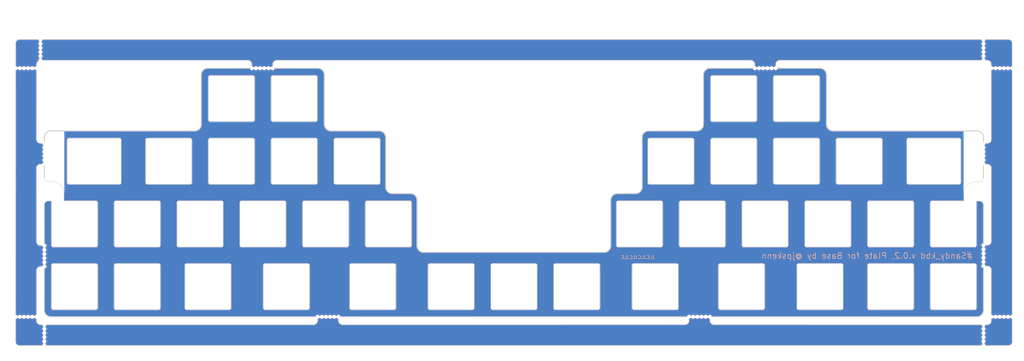
<source format=kicad_pcb>
(kicad_pcb (version 20221018) (generator pcbnew)
  (title_block (title "Sandy") (date "2023-01-06") (rev "v.0") (company "@jpskenn"))
  (layers (0 "F.Cu" signal) (31 "B.Cu" signal) (34 "B.Paste" user) (35 "F.Paste" user) (36 "B.SilkS" user "B.Silkscreen") (37 "F.SilkS" user "F.Silkscreen") (38 "B.Mask" user) (39 "F.Mask" user) (44 "Edge.Cuts" user))
  (net 0 "")
  (footprint "locallib:60_Outline-Sandy-Plate-Base3" (layer "F.Cu") (at 159.997345 84.25032)
    (fp_text reference "REF**" hide)
    (fp_text value "60_Outline" hide)
    (fp_line (start -151.242036 29.415585) (end -151.240625 35.765585) (stroke (width 0.12)) (layer "Edge.Cuts"))
    (fp_line (start -151.242036 29.415585) (end -151.228125 -54.865665) (stroke (width 0.1)) (layer "Edge.Cuts"))
    (fp_line (start -144.90625 -25.687665) (end -144.892036 -47.32504) (stroke (width 0.1)) (layer "Edge.Cuts"))
    (fp_line (start -144.892036 -48.515665) (end -144.892036 -47.32504) (stroke (width 0.12)) (layer "Edge.Cuts"))
    (fp_line (start -144.892036 5.393645) (end -144.90625 -16.956415) (stroke (width 0.1)) (layer "Edge.Cuts"))
    (fp_line (start -144.892036 28.22496) (end -144.892036 14.124895) (stroke (width 0.1)) (layer "Edge.Cuts"))
    (fp_line (start -144.890625 29.415585) (end -144.890625 28.22496) (stroke (width 0.12)) (layer "Edge.Cuts"))
    (fp_line (start -143.715625 -24.49704) (end -142.525 -24.49704) (stroke (width 0.12)) (layer "Edge.Cuts"))
    (fp_line (start -143.715625 -18.14704) (end -142.525 -18.14704) (stroke (width 0.12)) (layer "Edge.Cuts"))
    (fp_line (start -143.701411 -49.70629) (end -80.753122 -49.706293) (stroke (width 0.12)) (layer "Edge.Cuts"))
    (fp_line (start -143.701411 6.58427) (end -142.510786 6.58427) (stroke (width 0.12)) (layer "Edge.Cuts"))
    (fp_line (start -143.701411 12.93427) (end -142.510786 12.93427) (stroke (width 0.12)) (layer "Edge.Cuts"))
    (fp_line (start -143.7 30.60621) (end -60.79125 30.60621) (stroke (width 0.12)) (layer "Edge.Cuts"))
    (fp_line (start -142.525 -24.49704) (end -142.525 -26.27504) (stroke (width 0.3)) (layer "Edge.Cuts"))
    (fp_line (start -142.525 -14.05629) (end -142.525 -18.14704) (stroke (width 0.3)) (layer "Edge.Cuts"))
    (fp_line (start -142.525 26.22496) (end -142.510786 12.93427) (stroke (width 0.3)) (layer "Edge.Cuts"))
    (fp_line (start -142.510786 6.58427) (end -142.525 -5.807453) (stroke (width 0.3)) (layer "Edge.Cuts"))
    (fp_line (start -141.334375 -12.865665) (end -140.14375 -12.865665) (stroke (width 0.12)) (layer "Edge.Cuts"))
    (fp_line (start -141.334375 -6.998078) (end -140.349881 -6.998078) (stroke (width 0.12)) (layer "Edge.Cuts"))
    (fp_line (start -140.525 -28.27504) (end -96.8875 -28.27504) (stroke (width 0.3)) (layer "Edge.Cuts"))
    (fp_line (start -140.349952 12.550086) (end -140.349952 25.549914) (stroke (width 0.2)) (layer "Edge.Cuts"))
    (fp_line (start -140.349881 -6.998078) (end -140.349952 6.499914) (stroke (width 0.2)) (layer "Edge.Cuts"))
    (fp_line (start -139.850067 7.000153) (end -126.849885 7.000153) (stroke (width 0.2)) (layer "Edge.Cuts"))
    (fp_line (start -139.850067 26.050153) (end -126.849885 26.050153) (stroke (width 0.2)) (layer "Edge.Cuts"))
    (fp_line (start -136.571875 -9.29379) (end -136.571875 -7.000151) (stroke (width 0.12)) (layer "Edge.Cuts"))
    (fp_line (start -135.5875 -25.549914) (end -135.5875 -12.550086) (stroke (width 0.2)) (layer "Edge.Cuts"))
    (fp_line (start -135.087615 -12.049849) (end -119.706135 -12.049847) (stroke (width 0.2)) (layer "Edge.Cuts"))
    (fp_line (start -126.849885 -7.000151) (end -136.571875 -7.000151) (stroke (width 0.2)) (layer "Edge.Cuts"))
    (fp_line (start -126.849885 12.049849) (end -139.850067 12.049849) (stroke (width 0.2)) (layer "Edge.Cuts"))
    (fp_line (start -126.35 6.499914) (end -126.35 -6.499914) (stroke (width 0.2)) (layer "Edge.Cuts"))
    (fp_line (start -126.35 25.549914) (end -126.35 12.550086) (stroke (width 0.2)) (layer "Edge.Cuts"))
    (fp_line (start -121.299952 -6.499914) (end -121.299952 6.499914) (stroke (width 0.2)) (layer "Edge.Cuts"))
    (fp_line (start -121.299952 12.550086) (end -121.299952 25.549914) (stroke (width 0.2)) (layer "Edge.Cuts"))
    (fp_line (start -120.800067 7.000153) (end -107.799885 7.000153) (stroke (width 0.2)) (layer "Edge.Cuts"))
    (fp_line (start -120.800067 26.050153) (end -107.799885 26.050153) (stroke (width 0.2)) (layer "Edge.Cuts"))
    (fp_line (start -119.706135 -26.050151) (end -135.087615 -26.050153) (stroke (width 0.2)) (layer "Edge.Cuts"))
    (fp_line (start -119.20625 -12.550086) (end -119.20625 -25.549914) (stroke (width 0.2)) (layer "Edge.Cuts"))
    (fp_line (start -111.774952 -25.549914) (end -111.774952 -12.550086) (stroke (width 0.2)) (layer "Edge.Cuts"))
    (fp_line (start -111.275067 -12.049847) (end -98.274885 -12.049847) (stroke (width 0.2)) (layer "Edge.Cuts"))
    (fp_line (start -107.799885 -7.000151) (end -120.800067 -7.000151) (stroke (width 0.2)) (layer "Edge.Cuts"))
    (fp_line (start -107.799885 12.049849) (end -120.800067 12.049849) (stroke (width 0.2)) (layer "Edge.Cuts"))
    (fp_line (start -107.3 6.499914) (end -107.3 -6.499914) (stroke (width 0.2)) (layer "Edge.Cuts"))
    (fp_line (start -107.3 25.549914) (end -107.3 12.550086) (stroke (width 0.2)) (layer "Edge.Cuts"))
    (fp_line (start -102.249952 -6.499914) (end -102.249952 6.499914) (stroke (width 0.2)) (layer "Edge.Cuts"))
    (fp_line (start -101.750067 7.000153) (end -88.749885 7.000153) (stroke (width 0.2)) (layer "Edge.Cuts"))
    (fp_line (start -99.868702 12.550086) (end -99.868702 25.549914) (stroke (width 0.2)) (layer "Edge.Cuts"))
    (fp_line (start -99.368817 26.050153) (end -86.368635 26.050153) (stroke (width 0.2)) (layer "Edge.Cuts"))
    (fp_line (start -98.274885 -26.050151) (end -111.275067 -26.050151) (stroke (width 0.2)) (layer "Edge.Cuts"))
    (fp_line (start -97.775 -12.550086) (end -97.775 -25.549914) (stroke (width 0.2)) (layer "Edge.Cuts"))
    (fp_line (start -94.8875 -45.32504) (end -94.8875 -30.27504) (stroke (width 0.3)) (layer "Edge.Cuts"))
    (fp_line (start -92.8875 -47.32504) (end -79.562497 -47.325043) (stroke (width 0.3)) (layer "Edge.Cuts"))
    (fp_line (start -92.724952 -44.599914) (end -92.724952 -31.600086) (stroke (width 0.2)) (layer "Edge.Cuts"))
    (fp_line (start -92.724952 -25.549914) (end -92.724952 -12.550086) (stroke (width 0.2)) (layer "Edge.Cuts"))
    (fp_line (start -92.225067 -31.099847) (end -79.224885 -31.099847) (stroke (width 0.2)) (layer "Edge.Cuts"))
    (fp_line (start -92.225067 -12.049847) (end -79.224885 -12.049847) (stroke (width 0.2)) (layer "Edge.Cuts"))
    (fp_line (start -88.749885 -7.000151) (end -101.750067 -7.000151) (stroke (width 0.2)) (layer "Edge.Cuts"))
    (fp_line (start -88.25 6.499914) (end -88.25 -6.499914) (stroke (width 0.2)) (layer "Edge.Cuts"))
    (fp_line (start -86.368635 12.049849) (end -99.368817 12.049849) (stroke (width 0.2)) (layer "Edge.Cuts"))
    (fp_line (start -85.86875 25.549914) (end -85.86875 12.550086) (stroke (width 0.2)) (layer "Edge.Cuts"))
    (fp_line (start -83.199952 -6.499914) (end -83.199952 6.499914) (stroke (width 0.2)) (layer "Edge.Cuts"))
    (fp_line (start -82.700067 7.000153) (end -69.699885 7.000153) (stroke (width 0.2)) (layer "Edge.Cuts"))
    (fp_line (start -79.562497 -48.515668) (end -79.562497 -47.325043) (stroke (width 0.12)) (layer "Edge.Cuts"))
    (fp_line (start -79.224885 -45.100151) (end -92.225067 -45.100151) (stroke (width 0.2)) (layer "Edge.Cuts"))
    (fp_line (start -79.224885 -26.050151) (end -92.225067 -26.050151) (stroke (width 0.2)) (layer "Edge.Cuts"))
    (fp_line (start -78.725 -31.600086) (end -78.725 -44.599914) (stroke (width 0.2)) (layer "Edge.Cuts"))
    (fp_line (start -78.725 -12.550086) (end -78.725 -25.549914) (stroke (width 0.2)) (layer "Edge.Cuts"))
    (fp_line (start -76.056202 12.550086) (end -76.056202 25.549914) (stroke (width 0.2)) (layer "Edge.Cuts"))
    (fp_line (start -75.556317 26.050153) (end -62.556135 26.050153) (stroke (width 0.2)) (layer "Edge.Cuts"))
    (fp_line (start -73.674952 -44.599914) (end -73.674952 -31.600086) (stroke (width 0.2)) (layer "Edge.Cuts"))
    (fp_line (start -73.674952 -25.549914) (end -73.674952 -12.550086) (stroke (width 0.2)) (layer "Edge.Cuts"))
    (fp_line (start -73.212497 -48.515668) (end -73.212497 -47.325043) (stroke (width 0.12)) (layer "Edge.Cuts"))
    (fp_line (start -73.212497 -47.325043) (end -59.55 -47.32504) (stroke (width 0.3)) (layer "Edge.Cuts"))
    (fp_line (start -73.175067 -31.099847) (end -60.174885 -31.099847) (stroke (width 0.2)) (layer "Edge.Cuts"))
    (fp_line (start -73.175067 -12.049847) (end -60.174885 -12.049847) (stroke (width 0.2)) (layer "Edge.Cuts"))
    (fp_line (start -72.021872 -49.706293) (end 71.884525 -49.70629) (stroke (width 0.12)) (layer "Edge.Cuts"))
    (fp_line (start -69.699885 -7.000151) (end -82.700067 -7.000151) (stroke (width 0.2)) (layer "Edge.Cuts"))
    (fp_line (start -69.2 6.499914) (end -69.2 -6.499914) (stroke (width 0.2)) (layer "Edge.Cuts"))
    (fp_line (start -64.149952 -6.499914) (end -64.149952 6.499914) (stroke (width 0.2)) (layer "Edge.Cuts"))
    (fp_line (start -63.650067 7.000153) (end -50.649885 7.000153) (stroke (width 0.2)) (layer "Edge.Cuts"))
    (fp_line (start -62.556135 12.049849) (end -75.556317 12.049849) (stroke (width 0.2)) (layer "Edge.Cuts"))
    (fp_line (start -62.05625 25.549914) (end -62.05625 12.550086) (stroke (width 0.2)) (layer "Edge.Cuts"))
    (fp_line (start -60.174885 -45.100151) (end -73.175067 -45.100151) (stroke (width 0.2)) (layer "Edge.Cuts"))
    (fp_line (start -60.174885 -26.050151) (end -73.175067 -26.050151) (stroke (width 0.2)) (layer "Edge.Cuts"))
    (fp_line (start -59.675 -31.600086) (end -59.675 -44.599914) (stroke (width 0.2)) (layer "Edge.Cuts"))
    (fp_line (start -59.675 -12.550086) (end -59.675 -25.549914) (stroke (width 0.2)) (layer "Edge.Cuts"))
    (fp_line (start -59.600625 28.22496) (end -140.525 28.22496) (stroke (width 0.3)) (layer "Edge.Cuts"))
    (fp_line (start -59.600625 29.415585) (end -59.600625 28.22496) (stroke (width 0.12)) (layer "Edge.Cuts"))
    (fp_line (start -57.55 -45.32504) (end -57.55 -30.27504) (stroke (width 0.3)) (layer "Edge.Cuts"))
    (fp_line (start -55.55 -28.27504) (end -40.928125 -28.27504) (stroke (width 0.3)) (layer "Edge.Cuts"))
    (fp_line (start -54.624952 -25.549914) (end -54.624952 -12.550086) (stroke (width 0.2)) (layer "Edge.Cuts"))
    (fp_line (start -54.125067 -12.049847) (end -41.124885 -12.049847) (stroke (width 0.2)) (layer "Edge.Cuts"))
    (fp_line (start -53.250625 29.415585) (end -53.250625 28.22496) (stroke (width 0.12)) (layer "Edge.Cuts"))
    (fp_line (start -52.06 30.60621) (end 51.92125 30.595696) (stroke (width 0.12)) (layer "Edge.Cuts"))
    (fp_line (start -50.649885 -7.000151) (end -63.650067 -7.000151) (stroke (width 0.2)) (layer "Edge.Cuts"))
    (fp_line (start -50.15 6.499914) (end -50.15 -6.499914) (stroke (width 0.2)) (layer "Edge.Cuts"))
    (fp_line (start -49.8625 12.549933) (end -49.8625 25.549761) (stroke (width 0.2)) (layer "Edge.Cuts"))
    (fp_line (start -49.362615 26.05) (end -36.362433 26.05) (stroke (width 0.2)) (layer "Edge.Cuts"))
    (fp_line (start -45.099952 -6.499914) (end -45.099952 6.499914) (stroke (width 0.2)) (layer "Edge.Cuts"))
    (fp_line (start -44.600067 7.000153) (end -31.599885 7.000153) (stroke (width 0.2)) (layer "Edge.Cuts"))
    (fp_line (start -41.124885 -26.050151) (end -54.125067 -26.050151) (stroke (width 0.2)) (layer "Edge.Cuts"))
    (fp_line (start -40.625 -12.550086) (end -40.625 -25.549914) (stroke (width 0.2)) (layer "Edge.Cuts"))
    (fp_line (start -38.928125 -26.27504) (end -38.928125 -11.22504) (stroke (width 0.3)) (layer "Edge.Cuts"))
    (fp_line (start -36.928125 -9.22504) (end -31.403125 -9.22504) (stroke (width 0.3)) (layer "Edge.Cuts"))
    (fp_line (start -36.362433 12.049696) (end -49.362615 12.049696) (stroke (width 0.2)) (layer "Edge.Cuts"))
    (fp_line (start -35.862548 25.549761) (end -35.862548 12.549933) (stroke (width 0.2)) (layer "Edge.Cuts"))
    (fp_line (start -31.599885 -7.000151) (end -44.600067 -7.000151) (stroke (width 0.2)) (layer "Edge.Cuts"))
    (fp_line (start -31.1 6.499914) (end -31.1 -6.499914) (stroke (width 0.2)) (layer "Edge.Cuts"))
    (fp_line (start -29.403125 -7.22504) (end -29.403125 6.634335) (stroke (width 0.3)) (layer "Edge.Cuts"))
    (fp_line (start -26.049952 12.550086) (end -26.049952 25.549914) (stroke (width 0.2)) (layer "Edge.Cuts"))
    (fp_line (start -25.550067 26.050153) (end -12.549885 26.050153) (stroke (width 0.2)) (layer "Edge.Cuts"))
    (fp_line (start -12.549885 12.049849) (end -25.550067 12.049849) (stroke (width 0.2)) (layer "Edge.Cuts"))
    (fp_line (start -12.05 25.549914) (end -12.05 12.550086) (stroke (width 0.2)) (layer "Edge.Cuts"))
    (fp_line (start -6.999952 12.550086) (end -6.999952 25.549914) (stroke (width 0.2)) (layer "Edge.Cuts"))
    (fp_line (start -6.500067 26.050153) (end 6.500115 26.050153) (stroke (width 0.2)) (layer "Edge.Cuts"))
    (fp_line (start 6.500115 12.049849) (end -6.500067 12.049849) (stroke (width 0.2)) (layer "Edge.Cuts"))
    (fp_line (start 7 25.549914) (end 7 12.550086) (stroke (width 0.2)) (layer "Edge.Cuts"))
    (fp_line (start 12.050048 12.550086) (end 12.050048 25.549914) (stroke (width 0.2)) (layer "Edge.Cuts"))
    (fp_line (start 12.549933 26.050153) (end 25.550115 26.050153) (stroke (width 0.2)) (layer "Edge.Cuts"))
    (fp_line (start 25.550115 12.049849) (end 12.549933 12.049849) (stroke (width 0.2)) (layer "Edge.Cuts"))
    (fp_line (start 26.05 25.549914) (end 26.05 12.550086) (stroke (width 0.2)) (layer "Edge.Cuts"))
    (fp_line (start 27.353125 8.634335) (end -27.403125 8.634335) (stroke (width 0.3)) (layer "Edge.Cuts"))
    (fp_line (start 29.353125 -7.22504) (end 29.353125 6.634335) (stroke (width 0.3)) (layer "Edge.Cuts"))
    (fp_line (start 31.100048 -6.499914) (end 31.100048 6.499914) (stroke (width 0.2)) (layer "Edge.Cuts"))
    (fp_line (start 31.599933 7.000153) (end 44.600115 7.000153) (stroke (width 0.2)) (layer "Edge.Cuts"))
    (fp_line (start 35.8625 12.549933) (end 35.8625 25.549761) (stroke (width 0.2)) (layer "Edge.Cuts"))
    (fp_line (start 36.362385 26.05) (end 49.362567 26.05) (stroke (width 0.2)) (layer "Edge.Cuts"))
    (fp_line (start 36.878125 -9.22504) (end 31.353125 -9.22504) (stroke (width 0.3)) (layer "Edge.Cuts"))
    (fp_line (start 38.878125 -26.27504) (end 38.878125 -11.22504) (stroke (width 0.3)) (layer "Edge.Cuts"))
    (fp_line (start 40.625048 -25.549914) (end 40.625048 -12.550086) (stroke (width 0.2)) (layer "Edge.Cuts"))
    (fp_line (start 41.124933 -12.049847) (end 54.125115 -12.049847) (stroke (width 0.2)) (layer "Edge.Cuts"))
    (fp_line (start 44.600115 -7.000151) (end 31.599933 -7.000151) (stroke (width 0.2)) (layer "Edge.Cuts"))
    (fp_line (start 45.1 6.499914) (end 45.1 -6.499914) (stroke (width 0.2)) (layer "Edge.Cuts"))
    (fp_line (start 49.362567 12.049696) (end 36.362385 12.049696) (stroke (width 0.2)) (layer "Edge.Cuts"))
    (fp_line (start 49.862452 25.549761) (end 49.862452 12.549933) (stroke (width 0.2)) (layer "Edge.Cuts"))
    (fp_line (start 50.150048 -6.499914) (end 50.150048 6.499914) (stroke (width 0.2)) (layer "Edge.Cuts"))
    (fp_line (start 50.649933 7.000153) (end 63.650115 7.000153) (stroke (width 0.2)) (layer "Edge.Cuts"))
    (fp_line (start 53.111875 28.214446) (end -53.250625 28.22496) (stroke (width 0.3)) (layer "Edge.Cuts"))
    (fp_line (start 53.111875 29.405071) (end 53.111875 28.214446) (stroke (width 0.12)) (layer "Edge.Cuts"))
    (fp_line (start 54.125115 -26.050151) (end 41.124933 -26.050151) (stroke (width 0.2)) (layer "Edge.Cuts"))
    (fp_line (start 54.625 -12.550086) (end 54.625 -25.549914) (stroke (width 0.2)) (layer "Edge.Cuts"))
    (fp_line (start 55.5 -28.27504) (end 40.878125 -28.27504) (stroke (width 0.3)) (layer "Edge.Cuts"))
    (fp_line (start 57.5 -45.32504) (end 57.5 -30.27504) (stroke (width 0.3)) (layer "Edge.Cuts"))
    (fp_line (start 59.461875 29.405071) (end 59.461875 28.214446) (stroke (width 0.12)) (layer "Edge.Cuts"))
    (fp_line (start 59.675048 -44.599914) (end 59.675048 -31.600086) (stroke (width 0.2)) (layer "Edge.Cuts"))
    (fp_line (start 59.675048 -25.549914) (end 59.675048 -12.550086) (stroke (width 0.2)) (layer "Edge.Cuts"))
    (fp_line (start 60.174933 -31.099847) (end 73.175115 -31.099847) (stroke (width 0.2)) (layer "Edge.Cuts"))
    (fp_line (start 60.174933 -12.049847) (end 73.175115 -12.049847) (stroke (width 0.2)) (layer "Edge.Cuts"))
    (fp_line (start 60.6525 30.595696) (end 143.665625 30.60621) (stroke (width 0.12)) (layer "Edge.Cuts"))
    (fp_line (start 62.056298 12.550086) (end 62.056298 25.549914) (stroke (width 0.2)) (layer "Edge.Cuts"))
    (fp_line (start 62.556183 26.050153) (end 75.556365 26.050153) (stroke (width 0.2)) (layer "Edge.Cuts"))
    (fp_line (start 63.650115 -7.000151) (end 50.649933 -7.000151) (stroke (width 0.2)) (layer "Edge.Cuts"))
    (fp_line (start 64.15 6.499914) (end 64.15 -6.499914) (stroke (width 0.2)) (layer "Edge.Cuts"))
    (fp_line (start 69.200048 -6.499914) (end 69.200048 6.499914) (stroke (width 0.2)) (layer "Edge.Cuts"))
    (fp_line (start 69.699933 7.000153) (end 82.700115 7.000153) (stroke (width 0.2)) (layer "Edge.Cuts"))
    (fp_line (start 73.07515 -48.515665) (end 73.07515 -47.32504) (stroke (width 0.12)) (layer "Edge.Cuts"))
    (fp_line (start 73.07515 -47.32504) (end 59.5 -47.32504) (stroke (width 0.3)) (layer "Edge.Cuts"))
    (fp_line (start 73.175115 -45.100151) (end 60.174933 -45.100151) (stroke (width 0.2)) (layer "Edge.Cuts"))
    (fp_line (start 73.175115 -26.050151) (end 60.174933 -26.050151) (stroke (width 0.2)) (layer "Edge.Cuts"))
    (fp_line (start 73.675 -31.600086) (end 73.675 -44.599914) (stroke (width 0.2)) (layer "Edge.Cuts"))
    (fp_line (start 73.675 -12.550086) (end 73.675 -25.549914) (stroke (width 0.2)) (layer "Edge.Cuts"))
    (fp_line (start 75.556365 12.049849) (end 62.556183 12.049849) (stroke (width 0.2)) (layer "Edge.Cuts"))
    (fp_line (start 76.05625 25.549914) (end 76.05625 12.550086) (stroke (width 0.2)) (layer "Edge.Cuts"))
    (fp_line (start 78.725048 -44.599914) (end 78.725048 -31.600086) (stroke (width 0.2)) (layer "Edge.Cuts"))
    (fp_line (start 78.725048 -25.549914) (end 78.725048 -12.550086) (stroke (width 0.2)) (layer "Edge.Cuts"))
    (fp_line (start 79.224933 -31.099847) (end 92.225115 -31.099847) (stroke (width 0.2)) (layer "Edge.Cuts"))
    (fp_line (start 79.224933 -12.049847) (end 92.225115 -12.049847) (stroke (width 0.2)) (layer "Edge.Cuts"))
    (fp_line (start 79.42515 -48.515665) (end 79.42515 -47.32504) (stroke (width 0.12)) (layer "Edge.Cuts"))
    (fp_line (start 80.615775 -49.70629) (end 143.665625 -49.70629) (stroke (width 0.12)) (layer "Edge.Cuts"))
    (fp_line (start 82.700115 -7.000151) (end 69.699933 -7.000151) (stroke (width 0.2)) (layer "Edge.Cuts"))
    (fp_line (start 83.2 6.499914) (end 83.2 -6.499914) (stroke (width 0.2)) (layer "Edge.Cuts"))
    (fp_line (start 85.868798 12.550086) (end 85.868798 25.549914) (stroke (width 0.2)) (layer "Edge.Cuts"))
    (fp_line (start 86.368683 26.050153) (end 99.368865 26.050153) (stroke (width 0.2)) (layer "Edge.Cuts"))
    (fp_line (start 88.250048 -6.499914) (end 88.250048 6.499914) (stroke (width 0.2)) (layer "Edge.Cuts"))
    (fp_line (start 88.749933 7.000153) (end 101.750115 7.000153) (stroke (width 0.2)) (layer "Edge.Cuts"))
    (fp_line (start 92.225115 -45.100151) (end 79.224933 -45.100151) (stroke (width 0.2)) (layer "Edge.Cuts"))
    (fp_line (start 92.225115 -26.050151) (end 79.224933 -26.050151) (stroke (width 0.2)) (layer "Edge.Cuts"))
    (fp_line (start 92.725 -31.600086) (end 92.725 -44.599914) (stroke (width 0.2)) (layer "Edge.Cuts"))
    (fp_line (start 92.725 -12.550086) (end 92.725 -25.549914) (stroke (width 0.2)) (layer "Edge.Cuts"))
    (fp_line (start 92.8375 -47.32504) (end 79.42515 -47.32504) (stroke (width 0.3)) (layer "Edge.Cuts"))
    (fp_line (start 94.8375 -45.32504) (end 94.8375 -30.27504) (stroke (width 0.3)) (layer "Edge.Cuts"))
    (fp_line (start 97.775048 -25.549914) (end 97.775048 -12.550086) (stroke (width 0.2)) (layer "Edge.Cuts"))
    (fp_line (start 98.274933 -12.049847) (end 111.275115 -12.049847) (stroke (width 0.2)) (layer "Edge.Cuts"))
    (fp_line (start 99.368865 12.049849) (end 86.368683 12.049849) (stroke (width 0.2)) (layer "Edge.Cuts"))
    (fp_line (start 99.86875 25.549914) (end 99.86875 12.550086) (stroke (width 0.2)) (layer "Edge.Cuts"))
    (fp_line (start 101.750115 -7.000151) (end 88.749933 -7.000151) (stroke (width 0.2)) (layer "Edge.Cuts"))
    (fp_line (start 102.25 6.499914) (end 102.25 -6.499914) (stroke (width 0.2)) (layer "Edge.Cuts"))
    (fp_line (start 107.300048 -6.499914) (end 107.300048 6.499914) (stroke (width 0.2)) (layer "Edge.Cuts"))
    (fp_line (start 107.300048 12.550086) (end 107.300048 25.549914) (stroke (width 0.2)) (layer "Edge.Cuts"))
    (fp_line (start 107.799933 7.000153) (end 120.800115 7.000153) (stroke (width 0.2)) (layer "Edge.Cuts"))
    (fp_line (start 107.799933 26.050153) (end 120.800115 26.050153) (stroke (width 0.2)) (layer "Edge.Cuts"))
    (fp_line (start 111.275115 -26.050151) (end 98.274933 -26.050151) (stroke (width 0.2)) (layer "Edge.Cuts"))
    (fp_line (start 111.775 -12.550086) (end 111.775 -25.549914) (stroke (width 0.2)) (layer "Edge.Cuts"))
    (fp_line (start 119.206298 -25.549914) (end 119.206298 -12.550086) (stroke (width 0.2)) (layer "Edge.Cuts"))
    (fp_line (start 119.706183 -12.049847) (end 135.087567 -12.049849) (stroke (width 0.2)) (layer "Edge.Cuts"))
    (fp_line (start 120.800115 -7.000151) (end 107.799933 -7.000151) (stroke (width 0.2)) (layer "Edge.Cuts"))
    (fp_line (start 120.800115 12.049849) (end 107.799933 12.049849) (stroke (width 0.2)) (layer "Edge.Cuts"))
    (fp_line (start 121.3 6.499914) (end 121.3 -6.499914) (stroke (width 0.2)) (layer "Edge.Cuts"))
    (fp_line (start 121.3 25.549914) (end 121.3 12.550086) (stroke (width 0.2)) (layer "Edge.Cuts"))
    (fp_line (start 126.350048 -6.499914) (end 126.350048 6.499914) (stroke (width 0.2)) (layer "Edge.Cuts"))
    (fp_line (start 126.350048 12.550086) (end 126.350048 25.549914) (stroke (width 0.2)) (layer "Edge.Cuts"))
    (fp_line (start 126.849933 7.000153) (end 139.850115 7.000153) (stroke (width 0.2)) (layer "Edge.Cuts"))
    (fp_line (start 126.849933 26.050153) (end 139.850115 26.050153) (stroke (width 0.2)) (layer "Edge.Cuts"))
    (fp_line (start 135.087567 -26.050153) (end 119.706183 -26.050151) (stroke (width 0.2)) (layer "Edge.Cuts"))
    (fp_line (start 135.587452 -12.550086) (end 135.587452 -25.549914) (stroke (width 0.2)) (layer "Edge.Cuts"))
    (fp_line (start 136.521875 -9.238502) (end 136.521875 -7) (stroke (width 0.12)) (layer "Edge.Cuts"))
    (fp_line (start 136.521875 -7) (end 126.849933 -7.000151) (stroke (width 0.2)) (layer "Edge.Cuts"))
    (fp_line (start 139.850115 12.049849) (end 126.849933 12.049849) (stroke (width 0.2)) (layer "Edge.Cuts"))
    (fp_line (start 140.35 6.499914) (end 140.35 -6.94279) (stroke (width 0.2)) (layer "Edge.Cuts"))
    (fp_line (start 140.35 25.549914) (end 140.35 12.550086) (stroke (width 0.2)) (layer "Edge.Cuts"))
    (fp_line (start 140.475 -28.27504) (end 96.8375 -28.27504) (stroke (width 0.3)) (layer "Edge.Cuts"))
    (fp_line (start 140.475 28.22496) (end 59.461875 28.214446) (stroke (width 0.3)) (layer "Edge.Cuts"))
    (fp_line (start 141.284375 -12.810377) (end 140.09375 -12.810377) (stroke (width 0.12)) (layer "Edge.Cuts"))
    (fp_line (start 141.284375 -6.94279) (end 140.35 -6.94279) (stroke (width 0.12)) (layer "Edge.Cuts"))
    (fp_line (start 142.475 -24.49704) (end 142.475 -26.27504) (stroke (width 0.3)) (layer "Edge.Cuts"))
    (fp_line (start 142.475 -14.001002) (end 142.475 -18.14704) (stroke (width 0.3)) (layer "Edge.Cuts"))
    (fp_line (start 142.475 -5.752165) (end 142.475 6.45921) (stroke (width 0.3)) (layer "Edge.Cuts"))
    (fp_line (start 142.475 12.80921) (end 142.475 26.22496) (stroke (width 0.3)) (layer "Edge.Cuts"))
    (fp_line (start 143.665625 -24.49704) (end 142.475 -24.49704) (stroke (width 0.12)) (layer "Edge.Cuts"))
    (fp_line (start 143.665625 -18.14704) (end 142.475 -18.14704) (stroke (width 0.12)) (layer "Edge.Cuts"))
    (fp_line (start 143.665625 6.45921) (end 142.475 6.45921) (stroke (width 0.12)) (layer "Edge.Cuts"))
    (fp_line (start 143.665625 12.80921) (end 142.475 12.80921) (stroke (width 0.12)) (layer "Edge.Cuts"))
    (fp_line (start 144.85625 -48.515665) (end 144.85625 -47.32504) (stroke (width 0.12)) (layer "Edge.Cuts"))
    (fp_line (start 144.85625 -25.687665) (end 144.85625 -47.32504) (stroke (width 0.1)) (layer "Edge.Cuts"))
    (fp_line (start 144.85625 5.268585) (end 144.85625 -16.956415) (stroke (width 0.1)) (layer "Edge.Cuts"))
    (fp_line (start 144.85625 28.22496) (end 144.85625 13.999835) (stroke (width 0.1)) (layer "Edge.Cuts"))
    (fp_line (start 144.85625 29.415585) (end 144.85625 28.22496) (stroke (width 0.12)) (layer "Edge.Cuts"))
    (fp_line (start 150.015625 -56.05629) (end -150.0375 -56.05629) (stroke (width 0.12)) (layer "Edge.Cuts"))
    (fp_line (start 150.015625 36.95621) (end -150.051411 36.95621) (stroke (width 0.12)) (layer "Edge.Cuts"))
    (fp_line (start 151.20625 -47.32504) (end 151.20625 -54.865665) (stroke (width 0.12)) (layer "Edge.Cuts"))
    (fp_line (start 151.20625 -47.32504) (end 151.20625 28.22496) (stroke (width 0.1)) (layer "Edge.Cuts"))
    (fp_line (start 151.20625 28.22496) (end 151.20625 35.765585) (stroke (width 0.12)) (layer "Edge.Cuts"))
    (fp_arc (start -151.228125 -54.865665) (mid -150.879399 -55.707564) (end -150.0375 -56.05629) (stroke (width 0.12)) (layer "Edge.Cuts"))
    (fp_arc (start -150.05 36.95621) (mid -150.891899 36.607484) (end -151.240625 35.765585) (stroke (width 0.12)) (layer "Edge.Cuts"))
    (fp_arc (start -144.90625 -16.956415) (mid -144.557524 -17.798314) (end -143.715625 -18.14704) (stroke (width 0.12)) (layer "Edge.Cuts"))
    (fp_arc (start -144.892036 -48.515665) (mid -144.54331 -49.357564) (end -143.701411 -49.70629) (stroke (width 0.12)) (layer "Edge.Cuts"))
    (fp_arc (start -144.892036 14.124895) (mid -144.54331 13.282996) (end -143.701411 12.93427) (stroke (width 0.12)) (layer "Edge.Cuts"))
    (fp_arc (start -143.715625 -24.49704) (mid -144.557524 -24.845766) (end -144.90625 -25.687665) (stroke (width 0.12)) (layer "Edge.Cuts"))
    (fp_arc (start -143.701411 6.58427) (mid -144.54331 6.235544) (end -144.892036 5.393645) (stroke (width 0.12)) (layer "Edge.Cuts"))
    (fp_arc (start -143.7 30.60621) (mid -144.541912 30.257497) (end -144.890625 29.415585) (stroke (width 0.12)) (layer "Edge.Cuts"))
    (fp_arc (start -142.525 -26.27504) (mid -141.939213 -27.689253) (end -140.525 -28.27504) (stroke (width 0.3)) (layer "Edge.Cuts"))
    (fp_arc (start -142.525 -5.807453) (mid -142.176274 -6.649352) (end -141.334375 -6.998078) (stroke (width 0.12)) (layer "Edge.Cuts"))
    (fp_arc (start -141.334375 -12.865665) (mid -142.176274 -13.214391) (end -142.525 -14.05629) (stroke (width 0.12)) (layer "Edge.Cuts"))
    (fp_arc (start -140.525 28.22496) (mid -141.939214 27.639174) (end -142.525 26.22496) (stroke (width 0.3)) (layer "Edge.Cuts"))
    (fp_arc (start -140.14375 -12.865665) (mid -137.618053 -11.819487) (end -136.571875 -9.29379) (stroke (width 0.12)) (layer "Edge.Cuts"))
    (fp_arc (start -94.8875 -45.32504) (mid -94.301713 -46.739253) (end -92.8875 -47.32504) (stroke (width 0.3)) (layer "Edge.Cuts"))
    (fp_arc (start -94.8875 -30.27504) (mid -95.473287 -28.860827) (end -96.8875 -28.27504) (stroke (width 0.3)) (layer "Edge.Cuts"))
    (fp_arc (start -80.753122 -49.706293) (mid -79.911222 -49.357568) (end -79.562497 -48.515668) (stroke (width 0.12)) (layer "Edge.Cuts"))
    (fp_arc (start -73.212497 -48.515668) (mid -72.86377 -49.357566) (end -72.021872 -49.706293) (stroke (width 0.12)) (layer "Edge.Cuts"))
    (fp_arc (start -59.600625 29.415585) (mid -59.949352 30.257483) (end -60.79125 30.60621) (stroke (width 0.12)) (layer "Edge.Cuts"))
    (fp_arc (start -59.55 -47.32504) (mid -58.135787 -46.739253) (end -57.55 -45.32504) (stroke (width 0.3)) (layer "Edge.Cuts"))
    (fp_arc (start -55.55 -28.27504) (mid -56.964213 -28.860827) (end -57.55 -30.27504) (stroke (width 0.3)) (layer "Edge.Cuts"))
    (fp_arc (start -52.06 30.60621) (mid -52.9019 30.257485) (end -53.250625 29.415585) (stroke (width 0.12)) (layer "Edge.Cuts"))
    (fp_arc (start -40.928125 -28.27504) (mid -39.513912 -27.689253) (end -38.928125 -26.27504) (stroke (width 0.3)) (layer "Edge.Cuts"))
    (fp_arc (start -36.928125 -9.22504) (mid -38.342338 -9.810827) (end -38.928125 -11.22504) (stroke (width 0.3)) (layer "Edge.Cuts"))
    (fp_arc (start -31.403125 -9.22504) (mid -29.988912 -8.639253) (end -29.403125 -7.22504) (stroke (width 0.3)) (layer "Edge.Cuts"))
    (fp_arc (start -27.403125 8.634335) (mid -28.817338 8.048548) (end -29.403125 6.634335) (stroke (width 0.3)) (layer "Edge.Cuts"))
    (fp_arc (start 29.353125 -7.22504) (mid 29.938911 -8.639255) (end 31.353125 -9.22504) (stroke (width 0.3)) (layer "Edge.Cuts"))
    (fp_arc (start 29.353125 6.634335) (mid 28.76734 8.04855) (end 27.353125 8.634335) (stroke (width 0.3)) (layer "Edge.Cuts"))
    (fp_arc (start 38.878125 -26.27504) (mid 39.463911 -27.689255) (end 40.878125 -28.27504) (stroke (width 0.3)) (layer "Edge.Cuts"))
    (fp_arc (start 38.878125 -11.22504) (mid 38.292339 -9.810825) (end 36.878125 -9.22504) (stroke (width 0.3)) (layer "Edge.Cuts"))
    (fp_arc (start 53.111875 29.405071) (mid 52.763156 30.246971) (end 51.92125 30.595696) (stroke (width 0.12)) (layer "Edge.Cuts"))
    (fp_arc (start 57.5 -45.32504) (mid 58.085801 -46.739228) (end 59.5 -47.32504) (stroke (width 0.3)) (layer "Edge.Cuts"))
    (fp_arc (start 57.5 -30.27504) (mid 56.914214 -28.860826) (end 55.5 -28.27504) (stroke (width 0.3)) (layer "Edge.Cuts"))
    (fp_arc (start 60.6525 30.595696) (mid 59.810641 30.246939) (end 59.461875 29.405071) (stroke (width 0.12)) (layer "Edge.Cuts"))
    (fp_arc (start 71.884525 -49.70629) (mid 72.726431 -49.357559) (end 73.07515 -48.515665) (stroke (width 0.12)) (layer "Edge.Cuts"))
    (fp_arc (start 79.42515 -48.515665) (mid 79.773868 -49.35756) (end 80.615775 -49.70629) (stroke (width 0.12)) (layer "Edge.Cuts"))
    (fp_arc (start 92.8375 -47.32504) (mid 94.251728 -46.739256) (end 94.8375 -45.32504) (stroke (width 0.3)) (layer "Edge.Cuts"))
    (fp_arc (start 96.8375 -28.27504) (mid 95.423301 -28.860829) (end 94.8375 -30.27504) (stroke (width 0.3)) (layer "Edge.Cuts"))
    (fp_arc (start 136.521875 -9.238502) (mid 137.568051 -11.764215) (end 140.09375 -12.810377) (stroke (width 0.12)) (layer "Edge.Cuts"))
    (fp_arc (start 140.475 -28.27504) (mid 141.889228 -27.689256) (end 142.475 -26.27504) (stroke (width 0.3)) (layer "Edge.Cuts"))
    (fp_arc (start 141.284375 -6.94279) (mid 142.126278 -6.594071) (end 142.475 -5.752165) (stroke (width 0.12)) (layer "Edge.Cuts"))
    (fp_arc (start 142.475 -14.001002) (mid 142.126273 -13.159111) (end 141.284375 -12.810377) (stroke (width 0.12)) (layer "Edge.Cuts"))
    (fp_arc (start 142.475 26.22496) (mid 141.889228 27.639199) (end 140.475 28.22496) (stroke (width 0.3)) (layer "Edge.Cuts"))
    (fp_arc (start 143.665625 -49.70629) (mid 144.507531 -49.357559) (end 144.85625 -48.515665) (stroke (width 0.12)) (layer "Edge.Cuts"))
    (fp_arc (start 143.665625 -18.14704) (mid 144.507513 -17.798306) (end 144.85625 -16.956415) (stroke (width 0.12)) (layer "Edge.Cuts"))
    (fp_arc (start 143.665625 12.80921) (mid 144.507531 13.157941) (end 144.85625 13.999835) (stroke (width 0.12)) (layer "Edge.Cuts"))
    (fp_arc (start 144.85625 -25.687665) (mid 144.507513 -24.84578) (end 143.665625 -24.49704) (stroke (width 0.12)) (layer "Edge.Cuts"))
    (fp_arc (start 144.85625 5.268585) (mid 144.507495 6.110438) (end 143.665625 6.45921) (stroke (width 0.12)) (layer "Edge.Cuts"))
    (fp_arc (start 144.85625 29.415585) (mid 144.507525 30.257467) (end 143.665625 30.60621) (stroke (width 0.12)) (layer "Edge.Cuts"))
    (fp_arc (start 150.015625 -56.05629) (mid 150.857531 -55.707559) (end 151.20625 -54.865665) (stroke (width 0.12)) (layer "Edge.Cuts"))
    (fp_arc (start 151.20625 35.765585) (mid 150.857525 36.607467) (end 150.015625 36.95621) (stroke (width 0.12)) (layer "Edge.Cuts"))
    (fp_curve (pts (xy -140.349952 6.499914) (xy -140.349952 6.774374) (xy -140.124174 7.000153) (xy -139.850067 7.000153)) (stroke (width 0.2)) (layer "Edge.Cuts"))
    (fp_curve (pts (xy -140.349952 25.549914) (xy -140.349952 25.824374) (xy -140.124174 26.050153) (xy -139.850067 26.050153)) (stroke (width 0.2)) (layer "Edge.Cuts"))
    (fp_curve (pts (xy -139.850067 12.049849) (xy -140.124174 12.049849) (xy -140.349952 12.275626) (xy -140.349952 12.550086)) (stroke (width 0.2)) (layer "Edge.Cuts"))
    (fp_curve (pts (xy -135.5875 -12.550086) (xy -135.5875 -12.275626) (xy -135.361723 -12.049849) (xy -135.087615 -12.049849)) (stroke (width 0.2)) (layer "Edge.Cuts"))
    (fp_curve (pts (xy -135.087615 -26.050153) (xy -135.361723 -26.050153) (xy -135.5875 -25.824374) (xy -135.5875 -25.549914)) (stroke (width 0.2)) (layer "Edge.Cuts"))
    (fp_curve (pts (xy -126.849885 7.000153) (xy -126.575777 7.000153) (xy -126.35 6.774374) (xy -126.35 6.499914)) (stroke (width 0.2)) (layer "Edge.Cuts"))
    (fp_curve (pts (xy -126.849885 26.050153) (xy -126.575777 26.050153) (xy -126.35 25.824374) (xy -126.35 25.549914)) (stroke (width 0.2)) (layer "Edge.Cuts"))
    (fp_curve (pts (xy -126.35 -6.499914) (xy -126.35 -6.774374) (xy -126.575777 -7.000151) (xy -126.849885 -7.000151)) (stroke (width 0.2)) (layer "Edge.Cuts"))
    (fp_curve (pts (xy -126.35 12.550086) (xy -126.35 12.275626) (xy -126.575777 12.049849) (xy -126.849885 12.049849)) (stroke (width 0.2)) (layer "Edge.Cuts"))
    (fp_curve (pts (xy -121.299952 6.499914) (xy -121.299952 6.774374) (xy -121.074174 7.000153) (xy -120.800067 7.000153)) (stroke (width 0.2)) (layer "Edge.Cuts"))
    (fp_curve (pts (xy -121.299952 25.549914) (xy -121.299952 25.824374) (xy -121.074174 26.050153) (xy -120.800067 26.050153)) (stroke (width 0.2)) (layer "Edge.Cuts"))
    (fp_curve (pts (xy -120.800067 -7.000151) (xy -121.074174 -7.000151) (xy -121.299952 -6.774374) (xy -121.299952 -6.499914)) (stroke (width 0.2)) (layer "Edge.Cuts"))
    (fp_curve (pts (xy -120.800067 12.049849) (xy -121.074174 12.049849) (xy -121.299952 12.275626) (xy -121.299952 12.550086)) (stroke (width 0.2)) (layer "Edge.Cuts"))
    (fp_curve (pts (xy -119.706135 -12.049847) (xy -119.432027 -12.049847) (xy -119.20625 -12.275626) (xy -119.20625 -12.550086)) (stroke (width 0.2)) (layer "Edge.Cuts"))
    (fp_curve (pts (xy -119.20625 -25.549914) (xy -119.20625 -25.824374) (xy -119.432027 -26.050151) (xy -119.706135 -26.050151)) (stroke (width 0.2)) (layer "Edge.Cuts"))
    (fp_curve (pts (xy -111.774952 -12.550086) (xy -111.774952 -12.275626) (xy -111.549174 -12.049847) (xy -111.275067 -12.049847)) (stroke (width 0.2)) (layer "Edge.Cuts"))
    (fp_curve (pts (xy -111.275067 -26.050151) (xy -111.549174 -26.050151) (xy -111.774952 -25.824374) (xy -111.774952 -25.549914)) (stroke (width 0.2)) (layer "Edge.Cuts"))
    (fp_curve (pts (xy -107.799885 7.000153) (xy -107.525777 7.000153) (xy -107.3 6.774374) (xy -107.3 6.499914)) (stroke (width 0.2)) (layer "Edge.Cuts"))
    (fp_curve (pts (xy -107.799885 26.050153) (xy -107.525777 26.050153) (xy -107.3 25.824374) (xy -107.3 25.549914)) (stroke (width 0.2)) (layer "Edge.Cuts"))
    (fp_curve (pts (xy -107.3 -6.499914) (xy -107.3 -6.774374) (xy -107.525777 -7.000151) (xy -107.799885 -7.000151)) (stroke (width 0.2)) (layer "Edge.Cuts"))
    (fp_curve (pts (xy -107.3 12.550086) (xy -107.3 12.275626) (xy -107.525777 12.049849) (xy -107.799885 12.049849)) (stroke (width 0.2)) (layer "Edge.Cuts"))
    (fp_curve (pts (xy -102.249952 6.499914) (xy -102.249952 6.774374) (xy -102.024174 7.000153) (xy -101.750067 7.000153)) (stroke (width 0.2)) (layer "Edge.Cuts"))
    (fp_curve (pts (xy -101.750067 -7.000151) (xy -102.024174 -7.000151) (xy -102.249952 -6.774374) (xy -102.249952 -6.499914)) (stroke (width 0.2)) (layer "Edge.Cuts"))
    (fp_curve (pts (xy -99.868702 25.549914) (xy -99.868702 25.824374) (xy -99.642924 26.050153) (xy -99.368817 26.050153)) (stroke (width 0.2)) (layer "Edge.Cuts"))
    (fp_curve (pts (xy -99.368817 12.049849) (xy -99.642924 12.049849) (xy -99.868702 12.275626) (xy -99.868702 12.550086)) (stroke (width 0.2)) (layer "Edge.Cuts"))
    (fp_curve (pts (xy -98.274885 -12.049847) (xy -98.000777 -12.049847) (xy -97.775 -12.275626) (xy -97.775 -12.550086)) (stroke (width 0.2)) (layer "Edge.Cuts"))
    (fp_curve (pts (xy -97.775 -25.549914) (xy -97.775 -25.824374) (xy -98.000777 -26.050151) (xy -98.274885 -26.050151)) (stroke (width 0.2)) (layer "Edge.Cuts"))
    (fp_curve (pts (xy -92.724952 -31.600086) (xy -92.724952 -31.325626) (xy -92.499174 -31.099847) (xy -92.225067 -31.099847)) (stroke (width 0.2)) (layer "Edge.Cuts"))
    (fp_curve (pts (xy -92.724952 -12.550086) (xy -92.724952 -12.275626) (xy -92.499174 -12.049847) (xy -92.225067 -12.049847)) (stroke (width 0.2)) (layer "Edge.Cuts"))
    (fp_curve (pts (xy -92.225067 -45.100151) (xy -92.499174 -45.100151) (xy -92.724952 -44.874374) (xy -92.724952 -44.599914)) (stroke (width 0.2)) (layer "Edge.Cuts"))
    (fp_curve (pts (xy -92.225067 -26.050151) (xy -92.499174 -26.050151) (xy -92.724952 -25.824374) (xy -92.724952 -25.549914)) (stroke (width 0.2)) (layer "Edge.Cuts"))
    (fp_curve (pts (xy -88.749885 7.000153) (xy -88.475777 7.000153) (xy -88.25 6.774374) (xy -88.25 6.499914)) (stroke (width 0.2)) (layer "Edge.Cuts"))
    (fp_curve (pts (xy -88.25 -6.499914) (xy -88.25 -6.774374) (xy -88.475777 -7.000151) (xy -88.749885 -7.000151)) (stroke (width 0.2)) (layer "Edge.Cuts"))
    (fp_curve (pts (xy -86.368635 26.050153) (xy -86.094527 26.050153) (xy -85.86875 25.824374) (xy -85.86875 25.549914)) (stroke (width 0.2)) (layer "Edge.Cuts"))
    (fp_curve (pts (xy -85.86875 12.550086) (xy -85.86875 12.275626) (xy -86.094527 12.049849) (xy -86.368635 12.049849)) (stroke (width 0.2)) (layer "Edge.Cuts"))
    (fp_curve (pts (xy -83.199952 6.499914) (xy -83.199952 6.774374) (xy -82.974174 7.000153) (xy -82.700067 7.000153)) (stroke (width 0.2)) (layer "Edge.Cuts"))
    (fp_curve (pts (xy -82.700067 -7.000151) (xy -82.974174 -7.000151) (xy -83.199952 -6.774374) (xy -83.199952 -6.499914)) (stroke (width 0.2)) (layer "Edge.Cuts"))
    (fp_curve (pts (xy -79.224885 -31.099847) (xy -78.950777 -31.099847) (xy -78.725 -31.325626) (xy -78.725 -31.600086)) (stroke (width 0.2)) (layer "Edge.Cuts"))
    (fp_curve (pts (xy -79.224885 -12.049847) (xy -78.950777 -12.049847) (xy -78.725 -12.275626) (xy -78.725 -12.550086)) (stroke (width 0.2)) (layer "Edge.Cuts"))
    (fp_curve (pts (xy -78.725 -44.599914) (xy -78.725 -44.874374) (xy -78.950777 -45.100151) (xy -79.224885 -45.100151)) (stroke (width 0.2)) (layer "Edge.Cuts"))
    (fp_curve (pts (xy -78.725 -25.549914) (xy -78.725 -25.824374) (xy -78.950777 -26.050151) (xy -79.224885 -26.050151)) (stroke (width 0.2)) (layer "Edge.Cuts"))
    (fp_curve (pts (xy -76.056202 25.549914) (xy -76.056202 25.824374) (xy -75.830424 26.050153) (xy -75.556317 26.050153)) (stroke (width 0.2)) (layer "Edge.Cuts"))
    (fp_curve (pts (xy -75.556317 12.049849) (xy -75.830424 12.049849) (xy -76.056202 12.275626) (xy -76.056202 12.550086)) (stroke (width 0.2)) (layer "Edge.Cuts"))
    (fp_curve (pts (xy -73.674952 -31.600086) (xy -73.674952 -31.325626) (xy -73.449174 -31.099847) (xy -73.175067 -31.099847)) (stroke (width 0.2)) (layer "Edge.Cuts"))
    (fp_curve (pts (xy -73.674952 -12.550086) (xy -73.674952 -12.275626) (xy -73.449174 -12.049847) (xy -73.175067 -12.049847)) (stroke (width 0.2)) (layer "Edge.Cuts"))
    (fp_curve (pts (xy -73.175067 -45.100151) (xy -73.449174 -45.100151) (xy -73.674952 -44.874374) (xy -73.674952 -44.599914)) (stroke (width 0.2)) (layer "Edge.Cuts"))
    (fp_curve (pts (xy -73.175067 -26.050151) (xy -73.449174 -26.050151) (xy -73.674952 -25.824374) (xy -73.674952 -25.549914)) (stroke (width 0.2)) (layer "Edge.Cuts"))
    (fp_curve (pts (xy -69.699885 7.000153) (xy -69.425777 7.000153) (xy -69.2 6.774374) (xy -69.2 6.499914)) (stroke (width 0.2)) (layer "Edge.Cuts"))
    (fp_curve (pts (xy -69.2 -6.499914) (xy -69.2 -6.774374) (xy -69.425777 -7.000151) (xy -69.699885 -7.000151)) (stroke (width 0.2)) (layer "Edge.Cuts"))
    (fp_curve (pts (xy -64.149952 6.499914) (xy -64.149952 6.774374) (xy -63.924174 7.000153) (xy -63.650067 7.000153)) (stroke (width 0.2)) (layer "Edge.Cuts"))
    (fp_curve (pts (xy -63.650067 -7.000151) (xy -63.924174 -7.000151) (xy -64.149952 -6.774374) (xy -64.149952 -6.499914)) (stroke (width 0.2)) (layer "Edge.Cuts"))
    (fp_curve (pts (xy -62.556135 26.050153) (xy -62.282027 26.050153) (xy -62.05625 25.824374) (xy -62.05625 25.549914)) (stroke (width 0.2)) (layer "Edge.Cuts"))
    (fp_curve (pts (xy -62.05625 12.550086) (xy -62.05625 12.275626) (xy -62.282027 12.049849) (xy -62.556135 12.049849)) (stroke (width 0.2)) (layer "Edge.Cuts"))
    (fp_curve (pts (xy -60.174885 -31.099847) (xy -59.900777 -31.099847) (xy -59.675 -31.325626) (xy -59.675 -31.600086)) (stroke (width 0.2)) (layer "Edge.Cuts"))
    (fp_curve (pts (xy -60.174885 -12.049847) (xy -59.900777 -12.049847) (xy -59.675 -12.275626) (xy -59.675 -12.550086)) (stroke (width 0.2)) (layer "Edge.Cuts"))
    (fp_curve (pts (xy -59.675 -44.599914) (xy -59.675 -44.874374) (xy -59.900777 -45.100151) (xy -60.174885 -45.100151)) (stroke (width 0.2)) (layer "Edge.Cuts"))
    (fp_curve (pts (xy -59.675 -25.549914) (xy -59.675 -25.824374) (xy -59.900777 -26.050151) (xy -60.174885 -26.050151)) (stroke (width 0.2)) (layer "Edge.Cuts"))
    (fp_curve (pts (xy -54.624952 -12.550086) (xy -54.624952 -12.275626) (xy -54.399174 -12.049847) (xy -54.125067 -12.049847)) (stroke (width 0.2)) (layer "Edge.Cuts"))
    (fp_curve (pts (xy -54.125067 -26.050151) (xy -54.399174 -26.050151) (xy -54.624952 -25.824374) (xy -54.624952 -25.549914)) (stroke (width 0.2)) (layer "Edge.Cuts"))
    (fp_curve (pts (xy -50.649885 7.000153) (xy -50.375777 7.000153) (xy -50.15 6.774374) (xy -50.15 6.499914)) (stroke (width 0.2)) (layer "Edge.Cuts"))
    (fp_curve (pts (xy -50.15 -6.499914) (xy -50.15 -6.774374) (xy -50.375777 -7.000151) (xy -50.649885 -7.000151)) (stroke (width 0.2)) (layer "Edge.Cuts"))
    (fp_curve (pts (xy -49.8625 25.549761) (xy -49.8625 25.824221) (xy -49.636722 26.05) (xy -49.362615 26.05)) (stroke (width 0.2)) (layer "Edge.Cuts"))
    (fp_curve (pts (xy -49.362615 12.049696) (xy -49.636722 12.049696) (xy -49.8625 12.275473) (xy -49.8625 12.549933)) (stroke (width 0.2)) (layer "Edge.Cuts"))
    (fp_curve (pts (xy -45.099952 6.499914) (xy -45.099952 6.774374) (xy -44.874174 7.000153) (xy -44.600067 7.000153)) (stroke (width 0.2)) (layer "Edge.Cuts"))
    (fp_curve (pts (xy -44.600067 -7.000151) (xy -44.874174 -7.000151) (xy -45.099952 -6.774374) (xy -45.099952 -6.499914)) (stroke (width 0.2)) (layer "Edge.Cuts"))
    (fp_curve (pts (xy -41.124885 -12.049847) (xy -40.850777 -12.049847) (xy -40.625 -12.275626) (xy -40.625 -12.550086)) (stroke (width 0.2)) (layer "Edge.Cuts"))
    (fp_curve (pts (xy -40.625 -25.549914) (xy -40.625 -25.824374) (xy -40.850777 -26.050151) (xy -41.124885 -26.050151)) (stroke (width 0.2)) (layer "Edge.Cuts"))
    (fp_curve (pts (xy -36.362433 26.05) (xy -36.088325 26.05) (xy -35.862548 25.824221) (xy -35.862548 25.549761)) (stroke (width 0.2)) (layer "Edge.Cuts"))
    (fp_curve (pts (xy -35.862548 12.549933) (xy -35.862548 12.275473) (xy -36.088325 12.049696) (xy -36.362433 12.049696)) (stroke (width 0.2)) (layer "Edge.Cuts"))
    (fp_curve (pts (xy -31.599885 7.000153) (xy -31.325777 7.000153) (xy -31.1 6.774374) (xy -31.1 6.499914)) (stroke (width 0.2)) (layer "Edge.Cuts"))
    (fp_curve (pts (xy -31.1 -6.499914) (xy -31.1 -6.774374) (xy -31.325777 -7.000151) (xy -31.599885 -7.000151)) (stroke (width 0.2)) (layer "Edge.Cuts"))
    (fp_curve (pts (xy -26.049952 25.549914) (xy -26.049952 25.824374) (xy -25.824174 26.050153) (xy -25.550067 26.050153)) (stroke (width 0.2)) (layer "Edge.Cuts"))
    (fp_curve (pts (xy -25.550067 12.049849) (xy -25.824174 12.049849) (xy -26.049952 12.275626) (xy -26.049952 12.550086)) (stroke (width 0.2)) (layer "Edge.Cuts"))
    (fp_curve (pts (xy -12.549885 26.050153) (xy -12.275777 26.050153) (xy -12.05 25.824374) (xy -12.05 25.549914)) (stroke (width 0.2)) (layer "Edge.Cuts"))
    (fp_curve (pts (xy -12.05 12.550086) (xy -12.05 12.275626) (xy -12.275777 12.049849) (xy -12.549885 12.049849)) (stroke (width 0.2)) (layer "Edge.Cuts"))
    (fp_curve (pts (xy -6.999952 25.549914) (xy -6.999952 25.824374) (xy -6.774174 26.050153) (xy -6.500067 26.050153)) (stroke (width 0.2)) (layer "Edge.Cuts"))
    (fp_curve (pts (xy -6.500067 12.049849) (xy -6.774174 12.049849) (xy -6.999952 12.275626) (xy -6.999952 12.550086)) (stroke (width 0.2)) (layer "Edge.Cuts"))
    (fp_curve (pts (xy 6.500115 26.050153) (xy 6.774223 26.050153) (xy 7 25.824374) (xy 7 25.549914)) (stroke (width 0.2)) (layer "Edge.Cuts"))
    (fp_curve (pts (xy 7 12.550086) (xy 7 12.275626) (xy 6.774223 12.049849) (xy 6.500115 12.049849)) (stroke (width 0.2)) (layer "Edge.Cuts"))
    (fp_curve (pts (xy 12.050048 25.549914) (xy 12.050048 25.824374) (xy 12.275826 26.050153) (xy 12.549933 26.050153)) (stroke (width 0.2)) (layer "Edge.Cuts"))
    (fp_curve (pts (xy 12.549933 12.049849) (xy 12.275826 12.049849) (xy 12.050048 12.275626) (xy 12.050048 12.550086)) (stroke (width 0.2)) (layer "Edge.Cuts"))
    (fp_curve (pts (xy 25.550115 26.050153) (xy 25.824223 26.050153) (xy 26.05 25.824374) (xy 26.05 25.549914)) (stroke (width 0.2)) (layer "Edge.Cuts"))
    (fp_curve (pts (xy 26.05 12.550086) (xy 26.05 12.275626) (xy 25.824223 12.049849) (xy 25.550115 12.049849)) (stroke (width 0.2)) (layer "Edge.Cuts"))
    (fp_curve (pts (xy 31.100048 6.499914) (xy 31.100048 6.774374) (xy 31.325826 7.000153) (xy 31.599933 7.000153)) (stroke (width 0.2)) (layer "Edge.Cuts"))
    (fp_curve (pts (xy 31.599933 -7.000151) (xy 31.325826 -7.000151) (xy 31.100048 -6.774374) (xy 31.100048 -6.499914)) (stroke (width 0.2)) (layer "Edge.Cuts"))
    (fp_curve (pts (xy 35.8625 25.549761) (xy 35.8625 25.824221) (xy 36.088278 26.05) (xy 36.362385 26.05)) (stroke (width 0.2)) (layer "Edge.Cuts"))
    (fp_curve (pts (xy 36.362385 12.049696) (xy 36.088278 12.049696) (xy 35.8625 12.275473) (xy 35.8625 12.549933)) (stroke (width 0.2)) (layer "Edge.Cuts"))
    (fp_curve (pts (xy 40.625048 -12.550086) (xy 40.625048 -12.275626) (xy 40.850826 -12.049847) (xy 41.124933 -12.049847)) (stroke (width 0.2)) (layer "Edge.Cuts"))
    (fp_curve (pts (xy 41.124933 -26.050151) (xy 40.850826 -26.050151) (xy 40.625048 -25.824374) (xy 40.625048 -25.549914)) (stroke (width 0.2)) (layer "Edge.Cuts"))
    (fp_curve (pts (xy 44.600115 7.000153) (xy 44.874223 7.000153) (xy 45.1 6.774374) (xy 45.1 6.499914)) (stroke (width 0.2)) (layer "Edge.Cuts"))
    (fp_curve (pts (xy 45.1 -6.499914) (xy 45.1 -6.774374) (xy 44.874223 -7.000151) (xy 44.600115 -7.000151)) (stroke (width 0.2)) (layer "Edge.Cuts"))
    (fp_curve (pts (xy 49.362567 26.05) (xy 49.636675 26.05) (xy 49.862452 25.824221) (xy 49.862452 25.549761)) (stroke (width 0.2)) (layer "Edge.Cuts"))
    (fp_curve (pts (xy 49.862452 12.549933) (xy 49.862452 12.275473) (xy 49.636675 12.049696) (xy 49.362567 12.049696)) (stroke (width 0.2)) (layer "Edge.Cuts"))
    (fp_curve (pts (xy 50.150048 6.499914) (xy 50.150048 6.774374) (xy 50.375826 7.000153) (xy 50.649933 7.000153)) (stroke (width 0.2)) (layer "Edge.Cuts"))
    (fp_curve (pts (xy 50.649933 -7.000151) (xy 50.375826 -7.000151) (xy 50.150048 -6.774374) (xy 50.150048 -6.499914)) (stroke (width 0.2)) (layer "Edge.Cuts"))
    (fp_curve (pts (xy 54.125115 -12.049847) (xy 54.399223 -12.049847) (xy 54.625 -12.275626) (xy 54.625 -12.550086)) (stroke (width 0.2)) (layer "Edge.Cuts"))
    (fp_curve (pts (xy 54.625 -25.549914) (xy 54.625 -25.824374) (xy 54.399223 -26.050151) (xy 54.125115 -26.050151)) (stroke (width 0.2)) (layer "Edge.Cuts"))
    (fp_curve (pts (xy 59.675048 -31.600086) (xy 59.675048 -31.325626) (xy 59.900826 -31.099847) (xy 60.174933 -31.099847)) (stroke (width 0.2)) (layer "Edge.Cuts"))
    (fp_curve (pts (xy 59.675048 -12.550086) (xy 59.675048 -12.275626) (xy 59.900826 -12.049847) (xy 60.174933 -12.049847)) (stroke (width 0.2)) (layer "Edge.Cuts"))
    (fp_curve (pts (xy 60.174933 -45.100151) (xy 59.900826 -45.100151) (xy 59.675048 -44.874374) (xy 59.675048 -44.599914)) (stroke (width 0.2)) (layer "Edge.Cuts"))
    (fp_curve (pts (xy 60.174933 -26.050151) (xy 59.900826 -26.050151) (xy 59.675048 -25.824374) (xy 59.675048 -25.549914)) (stroke (width 0.2)) (layer "Edge.Cuts"))
    (fp_curve (pts (xy 62.056298 25.549914) (xy 62.056298 25.824374) (xy 62.282076 26.050153) (xy 62.556183 26.050153)) (stroke (width 0.2)) (layer "Edge.Cuts"))
    (fp_curve (pts (xy 62.556183 12.049849) (xy 62.282076 12.049849) (xy 62.056298 12.275626) (xy 62.056298 12.550086)) (stroke (width 0.2)) (layer "Edge.Cuts"))
    (fp_curve (pts (xy 63.650115 7.000153) (xy 63.924223 7.000153) (xy 64.15 6.774374) (xy 64.15 6.499914)) (stroke (width 0.2)) (layer "Edge.Cuts"))
    (fp_curve (pts (xy 64.15 -6.499914) (xy 64.15 -6.774374) (xy 63.924223 -7.000151) (xy 63.650115 -7.000151)) (stroke (width 0.2)) (layer "Edge.Cuts"))
    (fp_curve (pts (xy 69.200048 6.499914) (xy 69.200048 6.774374) (xy 69.425826 7.000153) (xy 69.699933 7.000153)) (stroke (width 0.2)) (layer "Edge.Cuts"))
    (fp_curve (pts (xy 69.699933 -7.000151) (xy 69.425826 -7.000151) (xy 69.200048 -6.774374) (xy 69.200048 -6.499914)) (stroke (width 0.2)) (layer "Edge.Cuts"))
    (fp_curve (pts (xy 73.175115 -31.099847) (xy 73.449223 -31.099847) (xy 73.675 -31.325626) (xy 73.675 -31.600086)) (stroke (width 0.2)) (layer "Edge.Cuts"))
    (fp_curve (pts (xy 73.175115 -12.049847) (xy 73.449223 -12.049847) (xy 73.675 -12.275626) (xy 73.675 -12.550086)) (stroke (width 0.2)) (layer "Edge.Cuts"))
    (fp_curve (pts (xy 73.675 -44.599914) (xy 73.675 -44.874374) (xy 73.449223 -45.100151) (xy 73.175115 -45.100151)) (stroke (width 0.2)) (layer "Edge.Cuts"))
    (fp_curve (pts (xy 73.675 -25.549914) (xy 73.675 -25.824374) (xy 73.449223 -26.050151) (xy 73.175115 -26.050151)) (stroke (width 0.2)) (layer "Edge.Cuts"))
    (fp_curve (pts (xy 75.556365 26.050153) (xy 75.830473 26.050153) (xy 76.05625 25.824374) (xy 76.05625 25.549914)) (stroke (width 0.2)) (layer "Edge.Cuts"))
    (fp_curve (pts (xy 76.05625 12.550086) (xy 76.05625 12.275626) (xy 75.830473 12.049849) (xy 75.556365 12.049849)) (stroke (width 0.2)) (layer "Edge.Cuts"))
    (fp_curve (pts (xy 78.725048 -31.600086) (xy 78.725048 -31.325626) (xy 78.950826 -31.099847) (xy 79.224933 -31.099847)) (stroke (width 0.2)) (layer "Edge.Cuts"))
    (fp_curve (pts (xy 78.725048 -12.550086) (xy 78.725048 -12.275626) (xy 78.950826 -12.049847) (xy 79.224933 -12.049847)) (stroke (width 0.2)) (layer "Edge.Cuts"))
    (fp_curve (pts (xy 79.224933 -45.100151) (xy 78.950826 -45.100151) (xy 78.725048 -44.874374) (xy 78.725048 -44.599914)) (stroke (width 0.2)) (layer "Edge.Cuts"))
    (fp_curve (pts (xy 79.224933 -26.050151) (xy 78.950826 -26.050151) (xy 78.725048 -25.824374) (xy 78.725048 -25.549914)) (stroke (width 0.2)) (layer "Edge.Cuts"))
    (fp_curve (pts (xy 82.700115 7.000153) (xy 82.974223 7.000153) (xy 83.2 6.774374) (xy 83.2 6.499914)) (stroke (width 0.2)) (layer "Edge.Cuts"))
    (fp_curve (pts (xy 83.2 -6.499914) (xy 83.2 -6.774374) (xy 82.974223 -7.000151) (xy 82.700115 -7.000151)) (stroke (width 0.2)) (layer "Edge.Cuts"))
    (fp_curve (pts (xy 85.868798 25.549914) (xy 85.868798 25.824374) (xy 86.094576 26.050153) (xy 86.368683 26.050153)) (stroke (width 0.2)) (layer "Edge.Cuts"))
    (fp_curve (pts (xy 86.368683 12.049849) (xy 86.094576 12.049849) (xy 85.868798 12.275626) (xy 85.868798 12.550086)) (stroke (width 0.2)) (layer "Edge.Cuts"))
    (fp_curve (pts (xy 88.250048 6.499914) (xy 88.250048 6.774374) (xy 88.475826 7.000153) (xy 88.749933 7.000153)) (stroke (width 0.2)) (layer "Edge.Cuts"))
    (fp_curve (pts (xy 88.749933 -7.000151) (xy 88.475826 -7.000151) (xy 88.250048 -6.774374) (xy 88.250048 -6.499914)) (stroke (width 0.2)) (layer "Edge.Cuts"))
    (fp_curve (pts (xy 92.225115 -31.099847) (xy 92.499223 -31.099847) (xy 92.725 -31.325626) (xy 92.725 -31.600086)) (stroke (width 0.2)) (layer "Edge.Cuts"))
    (fp_curve (pts (xy 92.225115 -12.049847) (xy 92.499223 -12.049847) (xy 92.725 -12.275626) (xy 92.725 -12.550086)) (stroke (width 0.2)) (layer "Edge.Cuts"))
    (fp_curve (pts (xy 92.725 -44.599914) (xy 92.725 -44.874374) (xy 92.499223 -45.100151) (xy 92.225115 -45.100151)) (stroke (width 0.2)) (layer "Edge.Cuts"))
    (fp_curve (pts (xy 92.725 -25.549914) (xy 92.725 -25.824374) (xy 92.499223 -26.050151) (xy 92.225115 -26.050151)) (stroke (width 0.2)) (layer "Edge.Cuts"))
    (fp_curve (pts (xy 97.775048 -12.550086) (xy 97.775048 -12.275626) (xy 98.000826 -12.049847) (xy 98.274933 -12.049847)) (stroke (width 0.2)) (layer "Edge.Cuts"))
    (fp_curve (pts (xy 98.274933 -26.050151) (xy 98.000826 -26.050151) (xy 97.775048 -25.824374) (xy 97.775048 -25.549914)) (stroke (width 0.2)) (layer "Edge.Cuts"))
    (fp_curve (pts (xy 99.368865 26.050153) (xy 99.642973 26.050153) (xy 99.86875 25.824374) (xy 99.86875 25.549914)) (stroke (width 0.2)) (layer "Edge.Cuts"))
    (fp_curve (pts (xy 99.86875 12.550086) (xy 99.86875 12.275626) (xy 99.642973 12.049849) (xy 99.368865 12.049849)) (stroke (width 0.2)) (layer "Edge.Cuts"))
    (fp_curve (pts (xy 101.750115 7.000153) (xy 102.024223 7.000153) (xy 102.25 6.774374) (xy 102.25 6.499914)) (stroke (width 0.2)) (layer "Edge.Cuts"))
    (fp_curve (pts (xy 102.25 -6.499914) (xy 102.25 -6.774374) (xy 102.024223 -7.000151) (xy 101.750115 -7.000151)) (stroke (width 0.2)) (layer "Edge.Cuts"))
    (fp_curve (pts (xy 107.300048 6.499914) (xy 107.300048 6.774374) (xy 107.525826 7.000153) (xy 107.799933 7.000153)) (stroke (width 0.2)) (layer "Edge.Cuts"))
    (fp_curve (pts (xy 107.300048 25.549914) (xy 107.300048 25.824374) (xy 107.525826 26.050153) (xy 107.799933 26.050153)) (stroke (width 0.2)) (layer "Edge.Cuts"))
    (fp_curve (pts (xy 107.799933 -7.000151) (xy 107.525826 -7.000151) (xy 107.300048 -6.774374) (xy 107.300048 -6.499914)) (stroke (width 0.2)) (layer "Edge.Cuts"))
    (fp_curve (pts (xy 107.799933 12.049849) (xy 107.525826 12.049849) (xy 107.300048 12.275626) (xy 107.300048 12.550086)) (stroke (width 0.2)) (layer "Edge.Cuts"))
    (fp_curve (pts (xy 111.275115 -12.049847) (xy 111.549223 -12.049847) (xy 111.775 -12.275626) (xy 111.775 -12.550086)) (stroke (width 0.2)) (layer "Edge.Cuts"))
    (fp_curve (pts (xy 111.775 -25.549914) (xy 111.775 -25.824374) (xy 111.549223 -26.050151) (xy 111.275115 -26.050151)) (stroke (width 0.2)) (layer "Edge.Cuts"))
    (fp_curve (pts (xy 119.206298 -12.550086) (xy 119.206298 -12.275626) (xy 119.432076 -12.049847) (xy 119.706183 -12.049847)) (stroke (width 0.2)) (layer "Edge.Cuts"))
    (fp_curve (pts (xy 119.706183 -26.050151) (xy 119.432076 -26.050151) (xy 119.206298 -25.824374) (xy 119.206298 -25.549914)) (stroke (width 0.2)) (layer "Edge.Cuts"))
    (fp_curve (pts (xy 120.800115 7.000153) (xy 121.074223 7.000153) (xy 121.3 6.774374) (xy 121.3 6.499914)) (stroke (width 0.2)) (layer "Edge.Cuts"))
    (fp_curve (pts (xy 120.800115 26.050153) (xy 121.074223 26.050153) (xy 121.3 25.824374) (xy 121.3 25.549914)) (stroke (width 0.2)) (layer "Edge.Cuts"))
    (fp_curve (pts (xy 121.3 -6.499914) (xy 121.3 -6.774374) (xy 121.074223 -7.000151) (xy 120.800115 -7.000151)) (stroke (width 0.2)) (layer "Edge.Cuts"))
    (fp_curve (pts (xy 121.3 12.550086) (xy 121.3 12.275626) (xy 121.074223 12.049849) (xy 120.800115 12.049849)) (stroke (width 0.2)) (layer "Edge.Cuts"))
    (fp_curve (pts (xy 126.350048 6.499914) (xy 126.350048 6.774374) (xy 126.575826 7.000153) (xy 126.849933 7.000153)) (stroke (width 0.2)) (layer "Edge.Cuts"))
    (fp_curve (pts (xy 126.350048 25.549914) (xy 126.350048 25.824374) (xy 126.575826 26.050153) (xy 126.849933 26.050153)) (stroke (width 0.2)) (layer "Edge.Cuts"))
    (fp_curve (pts (xy 126.849933 -7.000151) (xy 126.575826 -7.000151) (xy 126.350048 -6.774374) (xy 126.350048 -6.499914)) (stroke (width 0.2)) (layer "Edge.Cuts"))
    (fp_curve (pts (xy 126.849933 12.049849) (xy 126.575826 12.049849) (xy 126.350048 12.275626) (xy 126.350048 12.550086)) (stroke (width 0.2)) (layer "Edge.Cuts"))
    (fp_curve (pts (xy 135.087567 -12.049849) (xy 135.361674 -12.049849) (xy 135.587452 -12.275626) (xy 135.587452 -12.550086)) (stroke (width 0.2)) (layer "Edge.Cuts"))
    (fp_curve (pts (xy 135.587452 -25.549914) (xy 135.587452 -25.824374) (xy 135.361674 -26.050153) (xy 135.087567 -26.050153)) (stroke (width 0.2)) (layer "Edge.Cuts"))
    (fp_curve (pts (xy 139.850115 7.000153) (xy 140.124223 7.000153) (xy 140.35 6.774374) (xy 140.35 6.499914)) (stroke (width 0.2)) (layer "Edge.Cuts"))
    (fp_curve (pts (xy 139.850115 26.050153) (xy 140.124223 26.050153) (xy 140.35 25.824374) (xy 140.35 25.549914)) (stroke (width 0.2)) (layer "Edge.Cuts"))
    (fp_curve (pts (xy 140.35 12.550086) (xy 140.35 12.275626) (xy 140.124223 12.049849) (xy 139.850115 12.049849)) (stroke (width 0.2)) (layer "Edge.Cuts"))
  )
  (gr_text "#Sandy_kbd v.0.2, Plate for Base by @jpskenn" (at 299.30047 94.965945) (layer "B.SilkS") (effects (font (size 1.8 1.8) (thickness 0.2)) (justify left bottom mirror)))
  (gr_text "JLCJLCJLCJLC" (at 202.859845 94.965945) (layer "B.SilkS") (effects (font (size 1 1)) (justify left bottom mirror)))
  (zone (net 0) (net_name "") (layers "F&B.Cu") (connect_pads (clearance 0)) (min_thickness 0.25) (fill yes (thermal_gap 0.5) (thermal_bridge_width 0.5) (island_removal_mode 1) (island_area_min 10))
    (polygon (pts (xy 314.778595 24.71907) (xy 314.778595 125.922195) (xy 4.02547 125.922195) (xy 4.02547 23.528445) (xy 313.58797 23.528445)))
  )
)
</source>
